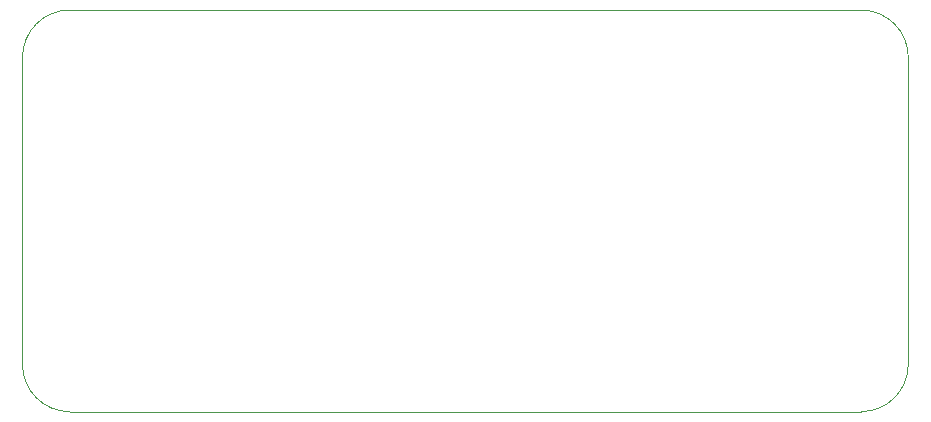
<source format=gm1>
G04 #@! TF.GenerationSoftware,KiCad,Pcbnew,8.0.6*
G04 #@! TF.CreationDate,2024-11-07T02:27:30-08:00*
G04 #@! TF.ProjectId,mse-50-idc,6d73652d-3530-42d6-9964-632e6b696361,1*
G04 #@! TF.SameCoordinates,Original*
G04 #@! TF.FileFunction,Profile,NP*
%FSLAX46Y46*%
G04 Gerber Fmt 4.6, Leading zero omitted, Abs format (unit mm)*
G04 Created by KiCad (PCBNEW 8.0.6) date 2024-11-07 02:27:30*
%MOMM*%
%LPD*%
G01*
G04 APERTURE LIST*
G04 #@! TA.AperFunction,Profile*
%ADD10C,0.050000*%
G04 #@! TD*
G04 APERTURE END LIST*
D10*
X-4000000Y34000000D02*
X-71000000Y34000000D01*
X-71000000Y0D02*
X-4000000Y0D01*
X-75000000Y30000000D02*
G75*
G02*
X-71000000Y34000000I4000000J0D01*
G01*
X0Y4000000D02*
X0Y30000000D01*
X0Y4000000D02*
G75*
G02*
X-4000000Y0I-4000000J0D01*
G01*
X-4000000Y34000000D02*
G75*
G02*
X0Y30000000I0J-4000000D01*
G01*
X-75000000Y4000000D02*
X-75000000Y30000000D01*
X-71000000Y0D02*
G75*
G02*
X-75000000Y4000000I0J4000000D01*
G01*
M02*

</source>
